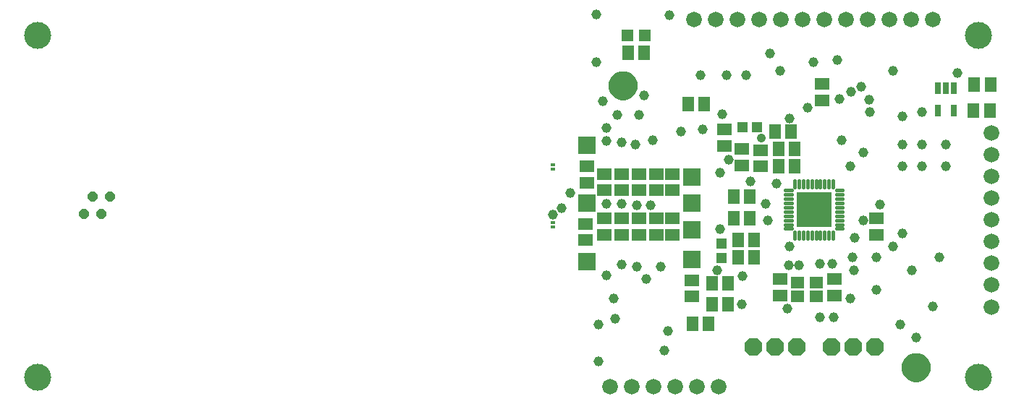
<source format=gbr>
G04 EAGLE Gerber RS-274X export*
G75*
%MOMM*%
%FSLAX34Y34*%
%LPD*%
%INSoldermask Top*%
%IPPOS*%
%AMOC8*
5,1,8,0,0,1.08239X$1,22.5*%
G01*
%ADD10R,4.152400X4.152400*%
%ADD11C,0.402400*%
%ADD12R,1.452400X1.652400*%
%ADD13R,1.652400X1.452400*%
%ADD14R,2.152400X2.152400*%
%ADD15R,1.552400X1.352400*%
%ADD16P,2.254402X8X112.500000*%
%ADD17C,1.828800*%
%ADD18C,3.152400*%
%ADD19R,0.582400X0.432400*%
%ADD20R,1.252400X1.152400*%
%ADD21R,1.152400X1.252400*%
%ADD22R,1.352400X1.352400*%
%ADD23R,0.702400X1.352400*%
%ADD24C,1.200000*%
%ADD25C,1.152400*%
%ADD26C,1.160400*%
%ADD27C,1.060400*%
%ADD28P,1.256005X8X22.500000*%
%ADD29C,1.066800*%


D10*
X357900Y246200D03*
D11*
X375400Y272350D02*
X375400Y279850D01*
X380400Y279850D02*
X380400Y272350D01*
X384050Y268700D02*
X391550Y268700D01*
X391550Y263700D02*
X384050Y263700D01*
X384050Y258700D02*
X391550Y258700D01*
X391550Y253700D02*
X384050Y253700D01*
X384050Y248700D02*
X391550Y248700D01*
X391550Y243700D02*
X384050Y243700D01*
X384050Y238700D02*
X391550Y238700D01*
X391550Y233700D02*
X384050Y233700D01*
X384050Y228700D02*
X391550Y228700D01*
X391550Y223700D02*
X384050Y223700D01*
X380400Y220050D02*
X380400Y212550D01*
X375400Y212550D02*
X375400Y220050D01*
X370400Y220050D02*
X370400Y212550D01*
X365400Y212550D02*
X365400Y220050D01*
X360400Y220050D02*
X360400Y212550D01*
X355400Y212550D02*
X355400Y220050D01*
X350400Y220050D02*
X350400Y212550D01*
X345400Y212550D02*
X345400Y220050D01*
X340400Y220050D02*
X340400Y212550D01*
X335400Y212550D02*
X335400Y220050D01*
X331750Y223700D02*
X324250Y223700D01*
X324250Y228700D02*
X331750Y228700D01*
X331750Y233700D02*
X324250Y233700D01*
X324250Y238700D02*
X331750Y238700D01*
X331750Y243700D02*
X324250Y243700D01*
X324250Y248700D02*
X331750Y248700D01*
X331750Y253700D02*
X324250Y253700D01*
X324250Y258700D02*
X331750Y258700D01*
X331750Y263700D02*
X324250Y263700D01*
X324250Y268700D02*
X331750Y268700D01*
X370400Y272350D02*
X370400Y279850D01*
X365400Y279850D02*
X365400Y272350D01*
X360400Y272350D02*
X360400Y279850D01*
X355400Y279850D02*
X355400Y272350D01*
X350400Y272350D02*
X350400Y279850D01*
X345400Y279850D02*
X345400Y272350D01*
X340400Y272350D02*
X340400Y279850D01*
X335400Y279850D02*
X335400Y272350D01*
D12*
X264260Y261620D03*
X283260Y261620D03*
X264260Y236220D03*
X283260Y236220D03*
D13*
X153070Y287590D03*
X153070Y268590D03*
X153070Y235600D03*
X153070Y216600D03*
X173350Y287590D03*
X173350Y268590D03*
X173350Y235600D03*
X173350Y216600D03*
X132790Y287590D03*
X132790Y268590D03*
X132790Y235600D03*
X132790Y216600D03*
X112510Y287590D03*
X112510Y268590D03*
X112510Y235600D03*
X112510Y216600D03*
D12*
X288340Y190500D03*
X269340Y190500D03*
D14*
X215340Y284300D03*
X215340Y253270D03*
X215340Y222240D03*
X92230Y185410D03*
X92230Y321130D03*
X92270Y253270D03*
D15*
X339120Y160400D03*
X361120Y160400D03*
X339120Y144400D03*
X361120Y144400D03*
D13*
X318370Y145400D03*
X318370Y164400D03*
X381870Y164400D03*
X381870Y145400D03*
D12*
X238820Y134740D03*
X257820Y134740D03*
X257820Y160060D03*
X238820Y160060D03*
X216000Y111920D03*
X235000Y111920D03*
D13*
X215340Y144210D03*
X215340Y163210D03*
D14*
X215340Y187960D03*
D13*
X431240Y235560D03*
X431240Y216560D03*
D12*
X335330Y317500D03*
X316330Y317500D03*
X331520Y337820D03*
X312520Y337820D03*
D16*
X287400Y85100D03*
X312800Y85100D03*
X338200Y85100D03*
X378500Y85100D03*
X403900Y85100D03*
X429300Y85100D03*
D13*
X273800Y316840D03*
X273800Y297840D03*
D12*
X335330Y297180D03*
X316330Y297180D03*
D17*
X565900Y335600D03*
X565900Y310200D03*
X565900Y284800D03*
X565900Y259400D03*
X565900Y234000D03*
X565900Y208600D03*
X565900Y183200D03*
X565900Y157800D03*
D12*
X544800Y361660D03*
X563800Y361660D03*
D17*
X496700Y468660D03*
X471300Y468660D03*
X445900Y468660D03*
X420500Y468660D03*
X395100Y468660D03*
X369700Y468660D03*
X344300Y468660D03*
X318900Y468660D03*
X293500Y468660D03*
X268100Y468660D03*
X242700Y468660D03*
X217300Y468660D03*
D13*
X367740Y393040D03*
X367740Y374040D03*
D18*
X-550000Y450000D03*
X-550000Y50000D03*
X550000Y50000D03*
X550000Y450000D03*
D13*
X92190Y296560D03*
X92190Y277560D03*
X90960Y229170D03*
X90960Y210170D03*
D19*
X52780Y293360D03*
X52780Y298460D03*
X52780Y231150D03*
X52780Y226050D03*
D20*
X291150Y342900D03*
X274150Y342900D03*
D13*
X295390Y315570D03*
X295390Y296570D03*
X253480Y339700D03*
X253480Y320700D03*
D12*
X288340Y210820D03*
X269340Y210820D03*
D21*
X249630Y189620D03*
X249630Y206620D03*
D13*
X192400Y268590D03*
X192400Y287590D03*
X192400Y216600D03*
X192400Y235600D03*
D12*
X210500Y370000D03*
X229500Y370000D03*
D22*
X139500Y450000D03*
X160500Y450000D03*
D12*
X140500Y430000D03*
X159500Y430000D03*
D23*
X522000Y388001D03*
X512500Y388001D03*
X503000Y388001D03*
X503000Y361999D03*
X522000Y361999D03*
D12*
X545500Y392500D03*
X564500Y392500D03*
D17*
X246760Y38740D03*
X221360Y38740D03*
X195960Y38740D03*
X170560Y38740D03*
X145160Y38740D03*
X119760Y38740D03*
X565900Y132080D03*
D24*
X123620Y391160D02*
X123623Y391430D01*
X123633Y391700D01*
X123650Y391969D01*
X123673Y392238D01*
X123703Y392507D01*
X123739Y392774D01*
X123782Y393041D01*
X123831Y393306D01*
X123887Y393570D01*
X123950Y393833D01*
X124018Y394094D01*
X124094Y394353D01*
X124175Y394610D01*
X124263Y394866D01*
X124357Y395119D01*
X124457Y395370D01*
X124564Y395618D01*
X124676Y395863D01*
X124795Y396106D01*
X124919Y396345D01*
X125049Y396582D01*
X125185Y396815D01*
X125327Y397045D01*
X125474Y397271D01*
X125627Y397494D01*
X125785Y397713D01*
X125948Y397928D01*
X126117Y398138D01*
X126291Y398345D01*
X126470Y398547D01*
X126653Y398745D01*
X126842Y398938D01*
X127035Y399127D01*
X127233Y399310D01*
X127435Y399489D01*
X127642Y399663D01*
X127852Y399832D01*
X128067Y399995D01*
X128286Y400153D01*
X128509Y400306D01*
X128735Y400453D01*
X128965Y400595D01*
X129198Y400731D01*
X129435Y400861D01*
X129674Y400985D01*
X129917Y401104D01*
X130162Y401216D01*
X130410Y401323D01*
X130661Y401423D01*
X130914Y401517D01*
X131170Y401605D01*
X131427Y401686D01*
X131686Y401762D01*
X131947Y401830D01*
X132210Y401893D01*
X132474Y401949D01*
X132739Y401998D01*
X133006Y402041D01*
X133273Y402077D01*
X133542Y402107D01*
X133811Y402130D01*
X134080Y402147D01*
X134350Y402157D01*
X134620Y402160D01*
X134890Y402157D01*
X135160Y402147D01*
X135429Y402130D01*
X135698Y402107D01*
X135967Y402077D01*
X136234Y402041D01*
X136501Y401998D01*
X136766Y401949D01*
X137030Y401893D01*
X137293Y401830D01*
X137554Y401762D01*
X137813Y401686D01*
X138070Y401605D01*
X138326Y401517D01*
X138579Y401423D01*
X138830Y401323D01*
X139078Y401216D01*
X139323Y401104D01*
X139566Y400985D01*
X139805Y400861D01*
X140042Y400731D01*
X140275Y400595D01*
X140505Y400453D01*
X140731Y400306D01*
X140954Y400153D01*
X141173Y399995D01*
X141388Y399832D01*
X141598Y399663D01*
X141805Y399489D01*
X142007Y399310D01*
X142205Y399127D01*
X142398Y398938D01*
X142587Y398745D01*
X142770Y398547D01*
X142949Y398345D01*
X143123Y398138D01*
X143292Y397928D01*
X143455Y397713D01*
X143613Y397494D01*
X143766Y397271D01*
X143913Y397045D01*
X144055Y396815D01*
X144191Y396582D01*
X144321Y396345D01*
X144445Y396106D01*
X144564Y395863D01*
X144676Y395618D01*
X144783Y395370D01*
X144883Y395119D01*
X144977Y394866D01*
X145065Y394610D01*
X145146Y394353D01*
X145222Y394094D01*
X145290Y393833D01*
X145353Y393570D01*
X145409Y393306D01*
X145458Y393041D01*
X145501Y392774D01*
X145537Y392507D01*
X145567Y392238D01*
X145590Y391969D01*
X145607Y391700D01*
X145617Y391430D01*
X145620Y391160D01*
X145617Y390890D01*
X145607Y390620D01*
X145590Y390351D01*
X145567Y390082D01*
X145537Y389813D01*
X145501Y389546D01*
X145458Y389279D01*
X145409Y389014D01*
X145353Y388750D01*
X145290Y388487D01*
X145222Y388226D01*
X145146Y387967D01*
X145065Y387710D01*
X144977Y387454D01*
X144883Y387201D01*
X144783Y386950D01*
X144676Y386702D01*
X144564Y386457D01*
X144445Y386214D01*
X144321Y385975D01*
X144191Y385738D01*
X144055Y385505D01*
X143913Y385275D01*
X143766Y385049D01*
X143613Y384826D01*
X143455Y384607D01*
X143292Y384392D01*
X143123Y384182D01*
X142949Y383975D01*
X142770Y383773D01*
X142587Y383575D01*
X142398Y383382D01*
X142205Y383193D01*
X142007Y383010D01*
X141805Y382831D01*
X141598Y382657D01*
X141388Y382488D01*
X141173Y382325D01*
X140954Y382167D01*
X140731Y382014D01*
X140505Y381867D01*
X140275Y381725D01*
X140042Y381589D01*
X139805Y381459D01*
X139566Y381335D01*
X139323Y381216D01*
X139078Y381104D01*
X138830Y380997D01*
X138579Y380897D01*
X138326Y380803D01*
X138070Y380715D01*
X137813Y380634D01*
X137554Y380558D01*
X137293Y380490D01*
X137030Y380427D01*
X136766Y380371D01*
X136501Y380322D01*
X136234Y380279D01*
X135967Y380243D01*
X135698Y380213D01*
X135429Y380190D01*
X135160Y380173D01*
X134890Y380163D01*
X134620Y380160D01*
X134350Y380163D01*
X134080Y380173D01*
X133811Y380190D01*
X133542Y380213D01*
X133273Y380243D01*
X133006Y380279D01*
X132739Y380322D01*
X132474Y380371D01*
X132210Y380427D01*
X131947Y380490D01*
X131686Y380558D01*
X131427Y380634D01*
X131170Y380715D01*
X130914Y380803D01*
X130661Y380897D01*
X130410Y380997D01*
X130162Y381104D01*
X129917Y381216D01*
X129674Y381335D01*
X129435Y381459D01*
X129198Y381589D01*
X128965Y381725D01*
X128735Y381867D01*
X128509Y382014D01*
X128286Y382167D01*
X128067Y382325D01*
X127852Y382488D01*
X127642Y382657D01*
X127435Y382831D01*
X127233Y383010D01*
X127035Y383193D01*
X126842Y383382D01*
X126653Y383575D01*
X126470Y383773D01*
X126291Y383975D01*
X126117Y384182D01*
X125948Y384392D01*
X125785Y384607D01*
X125627Y384826D01*
X125474Y385049D01*
X125327Y385275D01*
X125185Y385505D01*
X125049Y385738D01*
X124919Y385975D01*
X124795Y386214D01*
X124676Y386457D01*
X124564Y386702D01*
X124457Y386950D01*
X124357Y387201D01*
X124263Y387454D01*
X124175Y387710D01*
X124094Y387967D01*
X124018Y388226D01*
X123950Y388487D01*
X123887Y388750D01*
X123831Y389014D01*
X123782Y389279D01*
X123739Y389546D01*
X123703Y389813D01*
X123673Y390082D01*
X123650Y390351D01*
X123633Y390620D01*
X123623Y390890D01*
X123620Y391160D01*
D25*
X134620Y391160D03*
D24*
X466520Y60960D02*
X466523Y61230D01*
X466533Y61500D01*
X466550Y61769D01*
X466573Y62038D01*
X466603Y62307D01*
X466639Y62574D01*
X466682Y62841D01*
X466731Y63106D01*
X466787Y63370D01*
X466850Y63633D01*
X466918Y63894D01*
X466994Y64153D01*
X467075Y64410D01*
X467163Y64666D01*
X467257Y64919D01*
X467357Y65170D01*
X467464Y65418D01*
X467576Y65663D01*
X467695Y65906D01*
X467819Y66145D01*
X467949Y66382D01*
X468085Y66615D01*
X468227Y66845D01*
X468374Y67071D01*
X468527Y67294D01*
X468685Y67513D01*
X468848Y67728D01*
X469017Y67938D01*
X469191Y68145D01*
X469370Y68347D01*
X469553Y68545D01*
X469742Y68738D01*
X469935Y68927D01*
X470133Y69110D01*
X470335Y69289D01*
X470542Y69463D01*
X470752Y69632D01*
X470967Y69795D01*
X471186Y69953D01*
X471409Y70106D01*
X471635Y70253D01*
X471865Y70395D01*
X472098Y70531D01*
X472335Y70661D01*
X472574Y70785D01*
X472817Y70904D01*
X473062Y71016D01*
X473310Y71123D01*
X473561Y71223D01*
X473814Y71317D01*
X474070Y71405D01*
X474327Y71486D01*
X474586Y71562D01*
X474847Y71630D01*
X475110Y71693D01*
X475374Y71749D01*
X475639Y71798D01*
X475906Y71841D01*
X476173Y71877D01*
X476442Y71907D01*
X476711Y71930D01*
X476980Y71947D01*
X477250Y71957D01*
X477520Y71960D01*
X477790Y71957D01*
X478060Y71947D01*
X478329Y71930D01*
X478598Y71907D01*
X478867Y71877D01*
X479134Y71841D01*
X479401Y71798D01*
X479666Y71749D01*
X479930Y71693D01*
X480193Y71630D01*
X480454Y71562D01*
X480713Y71486D01*
X480970Y71405D01*
X481226Y71317D01*
X481479Y71223D01*
X481730Y71123D01*
X481978Y71016D01*
X482223Y70904D01*
X482466Y70785D01*
X482705Y70661D01*
X482942Y70531D01*
X483175Y70395D01*
X483405Y70253D01*
X483631Y70106D01*
X483854Y69953D01*
X484073Y69795D01*
X484288Y69632D01*
X484498Y69463D01*
X484705Y69289D01*
X484907Y69110D01*
X485105Y68927D01*
X485298Y68738D01*
X485487Y68545D01*
X485670Y68347D01*
X485849Y68145D01*
X486023Y67938D01*
X486192Y67728D01*
X486355Y67513D01*
X486513Y67294D01*
X486666Y67071D01*
X486813Y66845D01*
X486955Y66615D01*
X487091Y66382D01*
X487221Y66145D01*
X487345Y65906D01*
X487464Y65663D01*
X487576Y65418D01*
X487683Y65170D01*
X487783Y64919D01*
X487877Y64666D01*
X487965Y64410D01*
X488046Y64153D01*
X488122Y63894D01*
X488190Y63633D01*
X488253Y63370D01*
X488309Y63106D01*
X488358Y62841D01*
X488401Y62574D01*
X488437Y62307D01*
X488467Y62038D01*
X488490Y61769D01*
X488507Y61500D01*
X488517Y61230D01*
X488520Y60960D01*
X488517Y60690D01*
X488507Y60420D01*
X488490Y60151D01*
X488467Y59882D01*
X488437Y59613D01*
X488401Y59346D01*
X488358Y59079D01*
X488309Y58814D01*
X488253Y58550D01*
X488190Y58287D01*
X488122Y58026D01*
X488046Y57767D01*
X487965Y57510D01*
X487877Y57254D01*
X487783Y57001D01*
X487683Y56750D01*
X487576Y56502D01*
X487464Y56257D01*
X487345Y56014D01*
X487221Y55775D01*
X487091Y55538D01*
X486955Y55305D01*
X486813Y55075D01*
X486666Y54849D01*
X486513Y54626D01*
X486355Y54407D01*
X486192Y54192D01*
X486023Y53982D01*
X485849Y53775D01*
X485670Y53573D01*
X485487Y53375D01*
X485298Y53182D01*
X485105Y52993D01*
X484907Y52810D01*
X484705Y52631D01*
X484498Y52457D01*
X484288Y52288D01*
X484073Y52125D01*
X483854Y51967D01*
X483631Y51814D01*
X483405Y51667D01*
X483175Y51525D01*
X482942Y51389D01*
X482705Y51259D01*
X482466Y51135D01*
X482223Y51016D01*
X481978Y50904D01*
X481730Y50797D01*
X481479Y50697D01*
X481226Y50603D01*
X480970Y50515D01*
X480713Y50434D01*
X480454Y50358D01*
X480193Y50290D01*
X479930Y50227D01*
X479666Y50171D01*
X479401Y50122D01*
X479134Y50079D01*
X478867Y50043D01*
X478598Y50013D01*
X478329Y49990D01*
X478060Y49973D01*
X477790Y49963D01*
X477520Y49960D01*
X477250Y49963D01*
X476980Y49973D01*
X476711Y49990D01*
X476442Y50013D01*
X476173Y50043D01*
X475906Y50079D01*
X475639Y50122D01*
X475374Y50171D01*
X475110Y50227D01*
X474847Y50290D01*
X474586Y50358D01*
X474327Y50434D01*
X474070Y50515D01*
X473814Y50603D01*
X473561Y50697D01*
X473310Y50797D01*
X473062Y50904D01*
X472817Y51016D01*
X472574Y51135D01*
X472335Y51259D01*
X472098Y51389D01*
X471865Y51525D01*
X471635Y51667D01*
X471409Y51814D01*
X471186Y51967D01*
X470967Y52125D01*
X470752Y52288D01*
X470542Y52457D01*
X470335Y52631D01*
X470133Y52810D01*
X469935Y52993D01*
X469742Y53182D01*
X469553Y53375D01*
X469370Y53573D01*
X469191Y53775D01*
X469017Y53982D01*
X468848Y54192D01*
X468685Y54407D01*
X468527Y54626D01*
X468374Y54849D01*
X468227Y55075D01*
X468085Y55305D01*
X467949Y55538D01*
X467819Y55775D01*
X467695Y56014D01*
X467576Y56257D01*
X467464Y56502D01*
X467357Y56750D01*
X467257Y57001D01*
X467163Y57254D01*
X467075Y57510D01*
X466994Y57767D01*
X466918Y58026D01*
X466850Y58287D01*
X466787Y58550D01*
X466731Y58814D01*
X466682Y59079D01*
X466639Y59346D01*
X466603Y59613D01*
X466573Y59882D01*
X466550Y60151D01*
X466533Y60420D01*
X466523Y60690D01*
X466520Y60960D01*
D25*
X477520Y60960D03*
D26*
X416000Y233680D03*
X416000Y312928D03*
X329640Y353060D03*
X248360Y223520D03*
X248360Y289560D03*
X52780Y240030D03*
X111200Y373380D03*
X244550Y175260D03*
X125170Y118110D03*
X329640Y203200D03*
X162000Y165100D03*
X132790Y325120D03*
X149300Y322580D03*
X115010Y326350D03*
X123900Y142240D03*
X115010Y168910D03*
X178510Y179070D03*
X150570Y179070D03*
D27*
X89610Y252730D03*
D26*
X115010Y252730D03*
X132790Y252730D03*
X150570Y251460D03*
X167080Y251460D03*
X169620Y327620D03*
X115010Y341630D03*
X127710Y356870D03*
X159460Y379730D03*
X153110Y356870D03*
X132790Y181610D03*
X431240Y190500D03*
X405840Y213360D03*
X461720Y218440D03*
X400760Y142240D03*
X304240Y233680D03*
X283920Y279400D03*
X314400Y276860D03*
X202640Y337820D03*
X225500Y403860D03*
X255980Y403860D03*
X278840Y403860D03*
X306780Y429260D03*
X357580Y419100D03*
X385520Y421640D03*
X423620Y360680D03*
X390600Y327660D03*
X505060Y190500D03*
X512520Y297180D03*
X484580Y297180D03*
X461720Y297180D03*
X461720Y322580D03*
X484580Y322580D03*
X512520Y322580D03*
X484580Y360680D03*
X461720Y355600D03*
X431240Y152400D03*
X459180Y111760D03*
X258520Y304720D03*
X251020Y358060D03*
X228040Y340360D03*
X103580Y419100D03*
X103580Y474980D03*
X106120Y111760D03*
X106120Y68580D03*
X187400Y104140D03*
X188670Y473710D03*
X400760Y297180D03*
X403300Y190500D03*
X274188Y168228D03*
X273934Y134740D03*
X365200Y182880D03*
X365200Y119888D03*
X379424Y182880D03*
X381456Y119888D03*
X496700Y132660D03*
X326592Y130048D03*
X328624Y180848D03*
X340816Y180848D03*
X404824Y174752D03*
X472896Y174752D03*
X450544Y203200D03*
X450544Y408432D03*
X318464Y408432D03*
X435304Y251968D03*
X422604Y374396D03*
X413460Y390144D03*
X401776Y384048D03*
X387552Y375920D03*
X350976Y365760D03*
D28*
X-495860Y241300D03*
X-485700Y261620D03*
D26*
X73100Y265430D03*
X62940Y247650D03*
D28*
X-475540Y241300D03*
X-465380Y261620D03*
D26*
X301700Y252730D03*
D29*
X296620Y330160D03*
D26*
X525780Y406400D03*
X477520Y96520D03*
X182880Y81280D03*
M02*

</source>
